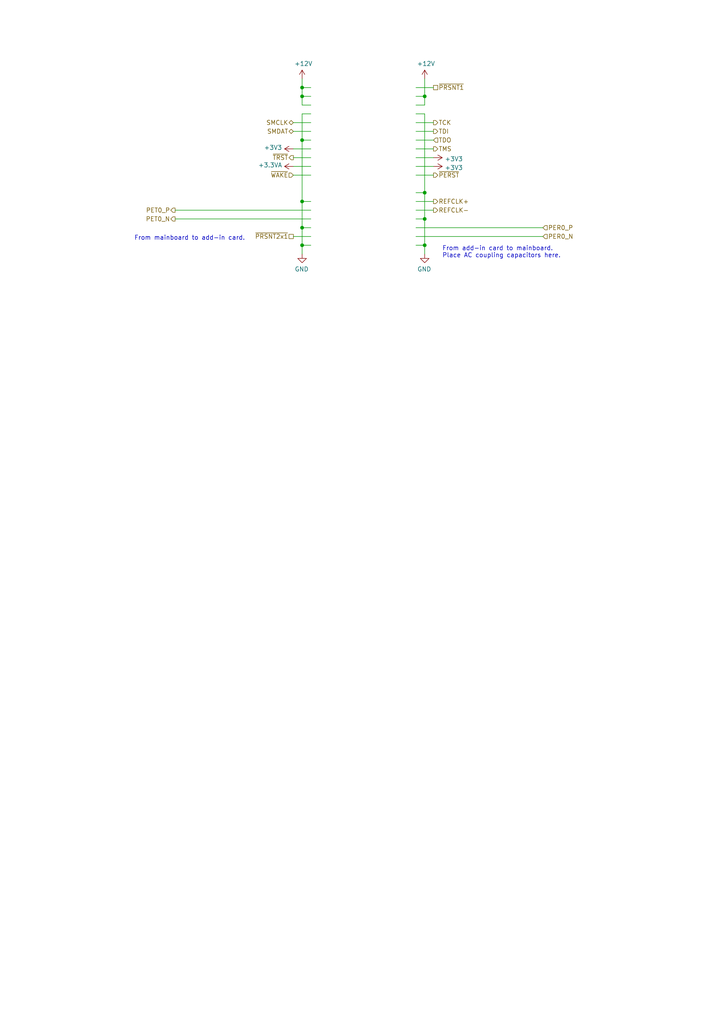
<source format=kicad_sch>
(kicad_sch (version 20230121) (generator eeschema)
  (paper "A4" portrait)
  (title_block (title "PCIexpress_x1_low") (company "Author: Luca Anastasio"))
  (lib_symbols
    (symbol "PCIexpress_x1_low-rescue:+3.3V-power" (power) (pin_names (offset 0))
      (property "Value" "+3.3V-power" (at 0 3.556 0))
      (symbol "+3.3V-power_0_1"
        (polyline (pts (xy -0.762 1.27) (xy 0 2.54)))
        (polyline (pts (xy 0 0) (xy 0 2.54)))
        (polyline (pts (xy 0 2.54) (xy 0.762 1.27)))
      )
      (symbol "+3.3V-power_1_1"
        (pin power_in line (at 0 0 90) (length 0) hide (name "+3V3") (number "1"))
      )
    )
    (symbol "power:+12V" (power) (pin_names (offset 0))
      (property "Value" "+12V" (at 0 3.556 0))
      (symbol "+12V_0_1"
        (polyline (pts (xy -0.762 1.27) (xy 0 2.54)))
        (polyline (pts (xy 0 0) (xy 0 2.54)))
        (polyline (pts (xy 0 2.54) (xy 0.762 1.27)))
      )
      (symbol "+12V_1_1"
        (pin power_in line (at 0 0 90) (length 0) hide (name "+12V") (number "1"))
      )
    )
    (symbol "power:+3.3VA" (power) (pin_names (offset 0))
      (property "Value" "+3.3VA" (at 0 3.556 0))
      (symbol "+3.3VA_0_1"
        (polyline (pts (xy -0.762 1.27) (xy 0 2.54)))
        (polyline (pts (xy 0 0) (xy 0 2.54)))
        (polyline (pts (xy 0 2.54) (xy 0.762 1.27)))
      )
      (symbol "+3.3VA_1_1"
        (pin power_in line (at 0 0 90) (length 0) hide (name "+3.3VA") (number "1"))
      )
    )
    (symbol "power:GND" (power) (pin_names (offset 0))
      (property "Value" "GND" (at 0 -3.81 0))
      (symbol "GND_0_1"
        (polyline (pts (xy 0 0) (xy 0 -1.27) (xy 1.27 -1.27) (xy 0 -2.54) (xy -1.27 -1.27) (xy 0 -1.27)))
      )
      (symbol "GND_1_1"
        (pin power_in line (at 0 0 270) (length 0) hide (name "GND") (number "1"))
      )
    )
  )
  (junction (at 87.63 40.64))
  (junction (at 87.63 66.04))
  (junction (at 123.19 55.88))
  (junction (at 123.19 71.12))
  (junction (at 123.19 27.94))
  (junction (at 87.63 27.94))
  (junction (at 123.19 63.5))
  (junction (at 87.63 58.42))
  (junction (at 87.63 25.4))
  (junction (at 87.63 71.12))
  (wire (pts (xy 87.63 27.94) (xy 90.17 27.94)))
  (wire (pts (xy 90.17 71.12) (xy 87.63 71.12)))
  (wire (pts (xy 120.65 55.88) (xy 123.19 55.88)))
  (wire (pts (xy 120.65 25.4) (xy 125.73 25.4)))
  (wire (pts (xy 123.19 30.48) (xy 123.19 27.94)))
  (wire (pts (xy 85.09 35.56) (xy 90.17 35.56)))
  (wire (pts (xy 90.17 66.04) (xy 87.63 66.04)))
  (wire (pts (xy 85.09 48.26) (xy 90.17 48.26)))
  (wire (pts (xy 87.63 71.12) (xy 87.63 66.04)))
  (wire (pts (xy 87.63 58.42) (xy 87.63 40.64)))
  (wire (pts (xy 87.63 27.94) (xy 87.63 25.4)))
  (wire (pts (xy 123.19 22.86) (xy 123.19 27.94)))
  (wire (pts (xy 123.19 33.02) (xy 120.65 33.02)))
  (wire (pts (xy 85.09 38.1) (xy 90.17 38.1)))
  (wire (pts (xy 90.17 30.48) (xy 87.63 30.48)))
  (wire (pts (xy 120.65 48.26) (xy 125.73 48.26)))
  (wire (pts (xy 123.19 55.88) (xy 123.19 63.5)))
  (wire (pts (xy 85.09 45.72) (xy 90.17 45.72)))
  (wire (pts (xy 90.17 58.42) (xy 87.63 58.42)))
  (wire (pts (xy 90.17 68.58) (xy 85.09 68.58)))
  (wire (pts (xy 120.65 45.72) (xy 125.73 45.72)))
  (wire (pts (xy 120.65 58.42) (xy 125.73 58.42)))
  (wire (pts (xy 120.65 66.04) (xy 157.48 66.04)))
  (wire (pts (xy 123.19 63.5) (xy 123.19 71.12)))
  (wire (pts (xy 123.19 33.02) (xy 123.19 55.88)))
  (wire (pts (xy 120.65 71.12) (xy 123.19 71.12)))
  (wire (pts (xy 87.63 66.04) (xy 87.63 58.42)))
  (wire (pts (xy 87.63 33.02) (xy 90.17 33.02)))
  (wire (pts (xy 123.19 73.66) (xy 123.19 71.12)))
  (wire (pts (xy 120.65 35.56) (xy 125.73 35.56)))
  (wire (pts (xy 87.63 73.66) (xy 87.63 71.12)))
  (wire (pts (xy 120.65 30.48) (xy 123.19 30.48)))
  (wire (pts (xy 50.8 63.5) (xy 90.17 63.5)))
  (wire (pts (xy 85.09 43.18) (xy 90.17 43.18)))
  (wire (pts (xy 50.8 60.96) (xy 90.17 60.96)))
  (wire (pts (xy 120.65 43.18) (xy 125.73 43.18)))
  (wire (pts (xy 90.17 25.4) (xy 87.63 25.4)))
  (wire (pts (xy 123.19 27.94) (xy 120.65 27.94)))
  (wire (pts (xy 87.63 40.64) (xy 87.63 33.02)))
  (wire (pts (xy 120.65 68.58) (xy 157.48 68.58)))
  (wire (pts (xy 120.65 50.8) (xy 125.73 50.8)))
  (wire (pts (xy 87.63 25.4) (xy 87.63 22.86)))
  (wire (pts (xy 85.09 50.8) (xy 90.17 50.8)))
  (wire (pts (xy 120.65 60.96) (xy 125.73 60.96)))
  (wire (pts (xy 120.65 40.64) (xy 125.73 40.64)))
  (wire (pts (xy 90.17 40.64) (xy 87.63 40.64)))
  (wire (pts (xy 120.65 63.5) (xy 123.19 63.5)))
  (wire (pts (xy 120.65 38.1) (xy 125.73 38.1)))
  (wire (pts (xy 87.63 30.48) (xy 87.63 27.94)))
  (text "From mainboard to add-in card." (at 71.12 69.85 0) (effects (font (size 1.27 1.27)) (justify right bottom)))
  (text "From add-in card to mainboard.\nPlace AC coupling capacitors here." (at 128.27 74.93 0) (effects (font (size 1.27 1.27)) (justify left bottom)))
  (hierarchical_label "~{PRSNT2x1}" (shape passive) (at 85.09 68.58 180))
  (hierarchical_label "SMDAT" (shape bidirectional) (at 85.09 38.1 180))
  (hierarchical_label "PET0_N" (shape output) (at 50.8 63.5 180))
  (hierarchical_label "TCK" (shape output) (at 125.73 35.56 0))
  (hierarchical_label "~{WAKE}" (shape input) (at 85.09 50.8 180))
  (hierarchical_label "~{TRST}" (shape output) (at 85.09 45.72 180))
  (hierarchical_label "SMCLK" (shape bidirectional) (at 85.09 35.56 180))
  (hierarchical_label "TMS" (shape output) (at 125.73 43.18 0))
  (hierarchical_label "~{PERST}" (shape output) (at 125.73 50.8 0))
  (hierarchical_label "PET0_P" (shape output) (at 50.8 60.96 180))
  (hierarchical_label "TDO" (shape input) (at 125.73 40.64 0))
  (hierarchical_label "REFCLK-" (shape output) (at 125.73 60.96 0))
  (hierarchical_label "~{PRSNT1}" (shape passive) (at 125.73 25.4 0))
  (hierarchical_label "PER0_P" (shape input) (at 157.48 66.04 0))
  (hierarchical_label "TDI" (shape output) (at 125.73 38.1 0))
  (hierarchical_label "PER0_N" (shape input) (at 157.48 68.58 0))
  (hierarchical_label "REFCLK+" (shape output) (at 125.73 58.42 0))
  (symbol (lib_id "power:GND") (at 87.63 73.66 0) (mirror y) (unit 1)
    (property "Reference" "#PWR0101" (effects hide))
    (property "Value" "GND" (at 87.503 78.0542 0))
  )
  (symbol (lib_id "power:GND") (at 123.19 73.66 0) (mirror y) (unit 1)
    (property "Reference" "#PWR0102" (effects hide))
    (property "Value" "GND" (at 123.063 78.0542 0))
  )
  (symbol (lib_id "PCIexpress_x1_low-rescue:+3.3V-power") (at 85.09 43.18 90) (unit 1)
    (property "Reference" "#PWR0103" (effects hide))
    (property "Value" "+3.3V" (at 81.8388 42.799 90) (effects (justify left)))
  )
  (symbol (lib_id "PCIexpress_x1_low-rescue:+3.3V-power") (at 125.73 45.72 270) (unit 1)
    (property "Reference" "#PWR0104" (effects hide))
    (property "Value" "+3.3V" (at 128.9812 46.101 90) (effects (justify left)))
  )
  (symbol (lib_id "PCIexpress_x1_low-rescue:+3.3V-power") (at 125.73 48.26 270) (unit 1)
    (property "Reference" "#PWR0105" (effects hide))
    (property "Value" "+3.3V" (at 128.9812 48.641 90) (effects (justify left)))
  )
  (symbol (lib_id "power:+3.3VA") (at 85.09 48.26 90) (unit 1)
    (property "Reference" "#PWR0106" (effects hide))
    (property "Value" "+3.3VA" (at 81.8642 47.879 90) (effects (justify left)))
  )
  (symbol (lib_id "power:+12V") (at 87.63 22.86 0) (unit 1)
    (property "Reference" "#PWR0107" (effects hide))
    (property "Value" "+12V" (at 88.011 18.4658 0))
  )
  (symbol (lib_id "power:+12V") (at 123.19 22.86 0) (unit 1)
    (property "Reference" "#PWR0108" (effects hide))
    (property "Value" "+12V" (at 123.571 18.4658 0))
  )
)
</source>
